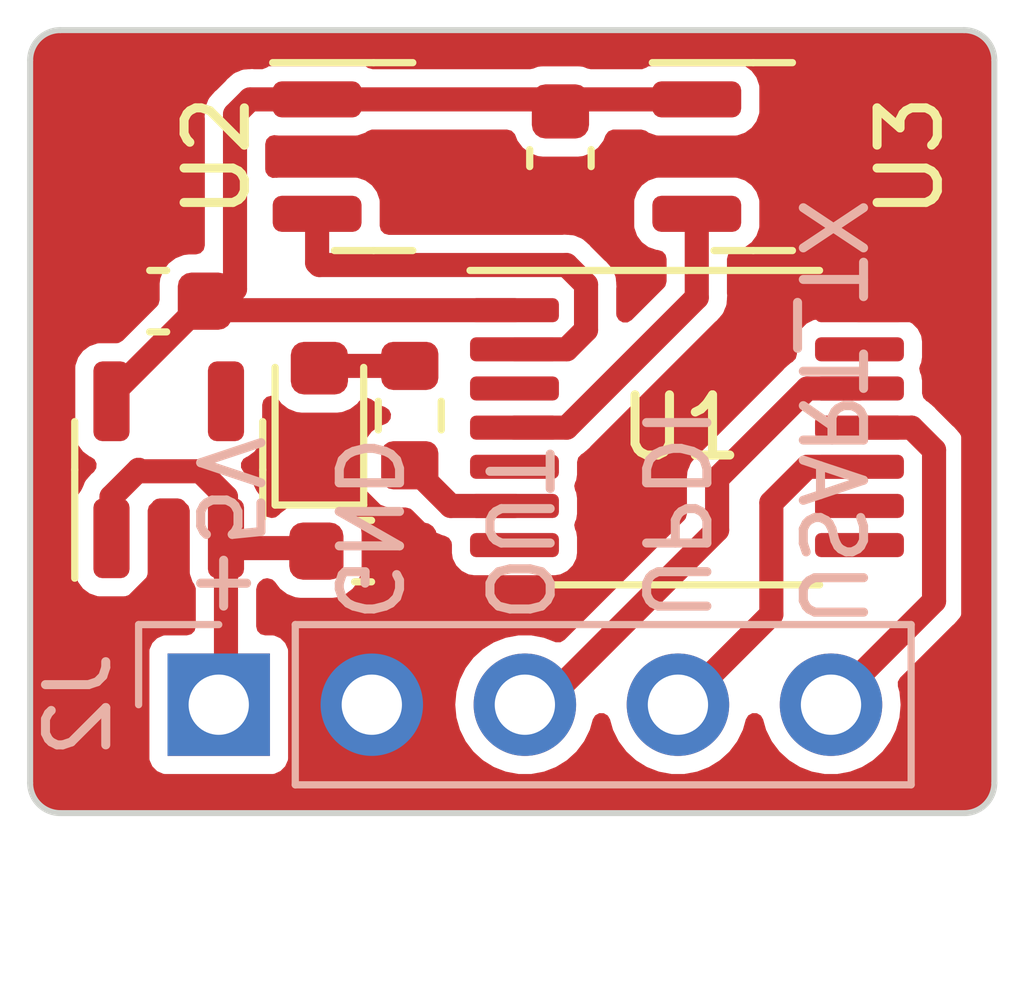
<source format=kicad_pcb>
(kicad_pcb (version 20221018) (generator pcbnew)
  (layers (0 "F.Cu" signal) (31 "B.Cu" signal) (34 "B.Paste" user) (35 "F.Paste" user) (36 "B.SilkS" user "B.Silkscreen") (37 "F.SilkS" user "F.Silkscreen") (38 "B.Mask" user) (39 "F.Mask" user) (44 "Edge.Cuts" user))
  (net 0 "")
  (net 1 "/5V")
  (net 2 "GND")
  (net 3 "VCC")
  (net 4 "Net-(D1-A)")
  (net 5 "/USART_TX")
  (net 6 "/UPDI")
  (net 7 "/OUT")
  (net 8 "Net-(U1-PA4)")
  (net 10 "Net-(U1-PA6)")
  (net 16 "Net-(U1-PB3)")
  (footprint "Package_TO_SOT_SMD:SOT-23-5" (layer "F.Cu") (at 66.3 108.3 90)
    (fp_text reference "U4" hide)
    (fp_text value "TLV70033_SOT23-5")
    (fp_line (start 0 -1.56) (end -1.8 -1.56) (stroke (width 0.12)) (layer "F.SilkS"))
    (fp_line (start 0 -1.56) (end 0.8 -1.56) (stroke (width 0.12)) (layer "F.SilkS"))
    (fp_line (start 0 1.56) (end -0.8 1.56) (stroke (width 0.12)) (layer "F.SilkS"))
    (fp_line (start 0 1.56) (end 0.8 1.56) (stroke (width 0.12)) (layer "F.SilkS"))
    (pad "1" smd roundrect (at -1.1375 -0.95 90) (size 1.325 0.6) (layers "F.Cu" "F.Paste" "F.Mask") (net 1 "/5V"))
    (pad "2" smd roundrect (at -1.1375 0 90) (size 1.325 0.6) (layers "F.Cu" "F.Paste" "F.Mask") (net 2 "GND"))
    (pad "3" smd roundrect (at -1.1375 0.95 90) (size 1.325 0.6) (layers "F.Cu" "F.Paste" "F.Mask") (net 1 "/5V"))
    (pad "4" smd roundrect (at 1.1375 0.95 90) (size 1.325 0.6) (layers "F.Cu" "F.Paste" "F.Mask"))
    (pad "5" smd roundrect (at 1.1375 -0.95 90) (size 1.325 0.6) (layers "F.Cu" "F.Paste" "F.Mask") (net 3 "VCC"))
  )
  (footprint "Package_SO:TSSOP-14_4.4x5mm_P0.65mm" (layer "F.Cu") (at 74.9 107.6)
    (fp_text reference "U1" (at -0.1 0) (layer "F.SilkS"))
    (fp_text value "ATtiny824-X")
    (fp_line (start 0 -2.61) (end -3.6 -2.61) (stroke (width 0.12)) (layer "F.SilkS"))
    (fp_line (start 0 -2.61) (end 2.2 -2.61) (stroke (width 0.12)) (layer "F.SilkS"))
    (fp_line (start 0 2.61) (end -2.2 2.61) (stroke (width 0.12)) (layer "F.SilkS"))
    (fp_line (start 0 2.61) (end 2.2 2.61) (stroke (width 0.12)) (layer "F.SilkS"))
    (pad "1" smd roundrect (at -2.8625 -1.95) (size 1.475 0.4) (layers "F.Cu" "F.Paste" "F.Mask") (net 3 "VCC"))
    (pad "2" smd roundrect (at -2.8625 -1.3) (size 1.475 0.4) (layers "F.Cu" "F.Paste" "F.Mask") (net 8 "Net-(U1-PA4)"))
    (pad "3" smd roundrect (at -2.8625 -0.65) (size 1.475 0.4) (layers "F.Cu" "F.Paste" "F.Mask"))
    (pad "4" smd roundrect (at -2.8625 0) (size 1.475 0.4) (layers "F.Cu" "F.Paste" "F.Mask") (net 10 "Net-(U1-PA6)"))
    (pad "5" smd roundrect (at -2.8625 0.65) (size 1.475 0.4) (layers "F.Cu" "F.Paste" "F.Mask"))
    (pad "6" smd roundrect (at -2.8625 1.3) (size 1.475 0.4) (layers "F.Cu" "F.Paste" "F.Mask") (net 16 "Net-(U1-PB3)"))
    (pad "7" smd roundrect (at -2.8625 1.95) (size 1.475 0.4) (layers "F.Cu" "F.Paste" "F.Mask"))
    (pad "8" smd roundrect (at 2.8625 1.95) (size 1.475 0.4) (layers "F.Cu" "F.Paste" "F.Mask"))
    (pad "9" smd roundrect (at 2.8625 1.3) (size 1.475 0.4) (layers "F.Cu" "F.Paste" "F.Mask"))
    (pad "10" smd roundrect (at 2.8625 0.65) (size 1.475 0.4) (layers "F.Cu" "F.Paste" "F.Mask") (net 6 "/UPDI"))
    (pad "11" smd roundrect (at 2.8625 0) (size 1.475 0.4) (layers "F.Cu" "F.Paste" "F.Mask") (net 5 "/USART_TX"))
    (pad "12" smd roundrect (at 2.8625 -0.65) (size 1.475 0.4) (layers "F.Cu" "F.Paste" "F.Mask") (net 7 "/OUT"))
    (pad "13" smd roundrect (at 2.8625 -1.3) (size 1.475 0.4) (layers "F.Cu" "F.Paste" "F.Mask"))
    (pad "14" smd roundrect (at 2.8625 -1.95) (size 1.475 0.4) (layers "F.Cu" "F.Paste" "F.Mask") (net 2 "GND"))
  )
  (footprint "Capacitor_SMD:C_0603_1608Metric" (layer "F.Cu") (at 72.8 103.125 -90)
    (fp_text reference "C3" hide)
    (fp_text value "100nF")
    (fp_line (start -0.14058 -0.51) (end 0.14058 -0.51) (stroke (width 0.12)) (layer "F.SilkS"))
    (fp_line (start -0.14058 0.51) (end 0.14058 0.51) (stroke (width 0.12)) (layer "F.SilkS"))
    (pad "1" smd roundrect (at -0.775 0 270) (size 0.9 0.95) (layers "F.Cu" "F.Paste" "F.Mask") (net 3 "VCC"))
    (pad "2" smd roundrect (at 0.775 0 270) (size 0.9 0.95) (layers "F.Cu" "F.Paste" "F.Mask") (net 2 "GND"))
  )
  (footprint "Capacitor_SMD:C_0603_1608Metric" (layer "F.Cu") (at 69.525 109.65)
    (fp_text reference "C1" hide)
    (fp_text value "4.7µF")
    (fp_line (start -0.14058 -0.51) (end 0.14058 -0.51) (stroke (width 0.12)) (layer "F.SilkS"))
    (fp_line (start -0.14058 0.51) (end 0.14058 0.51) (stroke (width 0.12)) (layer "F.SilkS"))
    (pad "1" smd roundrect (at -0.775 0) (size 0.9 0.95) (layers "F.Cu" "F.Paste" "F.Mask") (net 1 "/5V"))
    (pad "2" smd roundrect (at 0.775 0) (size 0.9 0.95) (layers "F.Cu" "F.Paste" "F.Mask") (net 2 "GND"))
  )
  (footprint "Diode_SMD:D_0603_1608Metric" (layer "F.Cu") (at 68.8 107.4 90)
    (fp_text reference "D1" hide)
    (fp_text value "LED")
    (fp_line (start -1.485 -0.735) (end -1.485 0.735) (stroke (width 0.12)) (layer "F.SilkS"))
    (fp_line (start -1.485 0.735) (end 0.8 0.735) (stroke (width 0.12)) (layer "F.SilkS"))
    (fp_line (start 0.8 -0.735) (end -1.485 -0.735) (stroke (width 0.12)) (layer "F.SilkS"))
    (pad "1" smd roundrect (at -0.7875 0 90) (size 0.875 0.95) (layers "F.Cu" "F.Paste" "F.Mask") (net 2 "GND"))
    (pad "2" smd roundrect (at 0.7875 0 90) (size 0.875 0.95) (layers "F.Cu" "F.Paste" "F.Mask") (net 4 "Net-(D1-A)"))
  )
  (footprint "Package_TO_SOT_SMD:SOT-23" (layer "F.Cu") (at 69.7 103.1)
    (fp_text reference "U2" (at -2.6 0 90) (layer "F.SilkS"))
    (fp_text value "DRV505x")
    (fp_line (start 0 -1.56) (end -1.675 -1.56) (stroke (width 0.12)) (layer "F.SilkS"))
    (fp_line (start 0 -1.56) (end 0.65 -1.56) (stroke (width 0.12)) (layer "F.SilkS"))
    (fp_line (start 0 1.56) (end -0.65 1.56) (stroke (width 0.12)) (layer "F.SilkS"))
    (fp_line (start 0 1.56) (end 0.65 1.56) (stroke (width 0.12)) (layer "F.SilkS"))
    (pad "1" smd roundrect (at -0.9375 -0.95) (size 1.475 0.6) (layers "F.Cu" "F.Paste" "F.Mask") (net 3 "VCC"))
    (pad "2" smd roundrect (at -0.9375 0.95) (size 1.475 0.6) (layers "F.Cu" "F.Paste" "F.Mask") (net 8 "Net-(U1-PA4)"))
    (pad "3" smd roundrect (at 0.9375 0) (size 1.475 0.6) (layers "F.Cu" "F.Paste" "F.Mask") (net 2 "GND"))
  )
  (footprint "Resistor_SMD:R_0603_1608Metric" (layer "F.Cu") (at 70.3 107.4 90)
    (fp_text reference "R1" hide)
    (fp_text value "10k")
    (fp_line (start -0.237258 -0.5225) (end 0.237258 -0.5225) (stroke (width 0.12)) (layer "F.SilkS"))
    (fp_line (start -0.237258 0.5225) (end 0.237258 0.5225) (stroke (width 0.12)) (layer "F.SilkS"))
    (pad "1" smd roundrect (at -0.825 0 90) (size 0.8 0.95) (layers "F.Cu" "F.Paste" "F.Mask") (net 16 "Net-(U1-PB3)"))
    (pad "2" smd roundrect (at 0.825 0 90) (size 0.8 0.95) (layers "F.Cu" "F.Paste" "F.Mask") (net 4 "Net-(D1-A)"))
  )
  (footprint "Capacitor_SMD:C_0603_1608Metric" (layer "F.Cu") (at 66.125 105.5 180)
    (fp_text reference "C2" hide)
    (fp_text value "4.7µF")
    (fp_line (start -0.14058 -0.51) (end 0.14058 -0.51) (stroke (width 0.12)) (layer "F.SilkS"))
    (fp_line (start -0.14058 0.51) (end 0.14058 0.51) (stroke (width 0.12)) (layer "F.SilkS"))
    (pad "1" smd roundrect (at -0.775 0 180) (size 0.9 0.95) (layers "F.Cu" "F.Paste" "F.Mask") (net 3 "VCC"))
    (pad "2" smd roundrect (at 0.775 0 180) (size 0.9 0.95) (layers "F.Cu" "F.Paste" "F.Mask") (net 2 "GND"))
  )
  (footprint "Package_TO_SOT_SMD:SOT-23" (layer "F.Cu") (at 76 103.1)
    (fp_text reference "U3" (at 2.6 0 90) (layer "F.SilkS"))
    (fp_text value "DRV505x")
    (fp_line (start 0 -1.56) (end -1.675 -1.56) (stroke (width 0.12)) (layer "F.SilkS"))
    (fp_line (start 0 -1.56) (end 0.65 -1.56) (stroke (width 0.12)) (layer "F.SilkS"))
    (fp_line (start 0 1.56) (end -0.65 1.56) (stroke (width 0.12)) (layer "F.SilkS"))
    (fp_line (start 0 1.56) (end 0.65 1.56) (stroke (width 0.12)) (layer "F.SilkS"))
    (pad "1" smd roundrect (at -0.9375 -0.95) (size 1.475 0.6) (layers "F.Cu" "F.Paste" "F.Mask") (net 3 "VCC"))
    (pad "2" smd roundrect (at -0.9375 0.95) (size 1.475 0.6) (layers "F.Cu" "F.Paste" "F.Mask") (net 10 "Net-(U1-PA6)"))
    (pad "3" smd roundrect (at 0.9375 0) (size 1.475 0.6) (layers "F.Cu" "F.Paste" "F.Mask") (net 2 "GND"))
  )
  (footprint "Connector_PinHeader_2.54mm:PinHeader_1x05_P2.54mm_Vertical" (layer "B.Cu") (at 67.13 112.2 -90)
    (fp_text reference "J2" (at 0 2.33 90) (layer "B.SilkS") (effects (justify mirror)))
    (fp_text value "Conn_01x05")
    (fp_line (start -1.33 -11.49) (end 1.33 -11.49) (stroke (width 0.12)) (layer "B.SilkS"))
    (fp_line (start -1.33 -1.27) (end -1.33 -11.49) (stroke (width 0.12)) (layer "B.SilkS"))
    (fp_line (start -1.33 -1.27) (end 1.33 -1.27) (stroke (width 0.12)) (layer "B.SilkS"))
    (fp_line (start -1.33 0) (end -1.33 1.33) (stroke (width 0.12)) (layer "B.SilkS"))
    (fp_line (start -1.33 1.33) (end 0 1.33) (stroke (width 0.12)) (layer "B.SilkS"))
    (fp_line (start 1.33 -1.27) (end 1.33 -11.49) (stroke (width 0.12)) (layer "B.SilkS"))
    (pad "1" thru_hole rect (at 0 0 270) (size 1.7 1.7) (drill 1) (layers "*.Cu" "*.Mask") (net 1 "/5V"))
    (pad "2" thru_hole oval (at 0 -2.54 270) (size 1.7 1.7) (drill 1) (layers "*.Cu" "*.Mask") (net 2 "GND"))
    (pad "3" thru_hole oval (at 0 -5.08 270) (size 1.7 1.7) (drill 1) (layers "*.Cu" "*.Mask") (net 7 "/OUT"))
    (pad "4" thru_hole oval (at 0 -7.62 270) (size 1.7 1.7) (drill 1) (layers "*.Cu" "*.Mask") (net 6 "/UPDI"))
    (pad "5" thru_hole oval (at 0 -10.16 270) (size 1.7 1.7) (drill 1) (layers "*.Cu" "*.Mask") (net 5 "/USART_TX"))
  )
  (gr_line (start 64.5 101) (end 79.5 101) (stroke (width 0.1)) (layer "Edge.Cuts"))
  (gr_arc (start 64.5 114) (mid 64.146447 113.853553) (end 64 113.5) (stroke (width 0.1)) (layer "Edge.Cuts"))
  (gr_line (start 79.5 114) (end 64.5 114) (stroke (width 0.1)) (layer "Edge.Cuts"))
  (gr_line (start 64 113.5) (end 64 101.5) (stroke (width 0.1)) (layer "Edge.Cuts"))
  (gr_arc (start 64 101.5) (mid 64.146447 101.146447) (end 64.5 101) (stroke (width 0.1)) (layer "Edge.Cuts"))
  (gr_arc (start 80 113.5) (mid 79.853553 113.853553) (end 79.5 114) (stroke (width 0.1)) (layer "Edge.Cuts"))
  (gr_arc (start 79.5 101) (mid 79.853553 101.146447) (end 80 101.5) (stroke (width 0.1)) (layer "Edge.Cuts"))
  (gr_line (start 80 101.5) (end 80 113.5) (stroke (width 0.1)) (layer "Edge.Cuts"))
  (gr_text "+5V" (at 66.7 110.9 -90) (layer "B.SilkS") (effects (font (size 1 1)) (justify left bottom mirror)))
  (gr_text "OUT" (at 71.5 110.9 -90) (layer "B.SilkS") (effects (font (size 1 1)) (justify left bottom mirror)))
  (gr_text "USART_TX" (at 76.7 111 -90) (layer "B.SilkS") (effects (font (size 1 1)) (justify left bottom mirror)))
  (gr_text "GND" (at 69 110.9 -90) (layer "B.SilkS") (effects (font (size 1 1)) (justify left bottom mirror)))
  (gr_text "UPDI" (at 74.1 110.9 -90) (layer "B.SilkS") (effects (font (size 1 1)) (justify left bottom mirror)))
  (segment (start 67.25 109.4375) (end 67.25 108.75) (width 0.4) (layer "F.Cu") (net 1))
  (segment (start 65.825 108.325) (end 65.8 108.3) (width 0.4) (layer "F.Cu") (net 1))
  (segment (start 67.25 112.08) (end 67.13 112.2) (width 0.4) (layer "F.Cu") (net 1))
  (segment (start 66.825 108.325) (end 65.825 108.325) (width 0.4) (layer "F.Cu") (net 1))
  (segment (start 68.75 109.6) (end 67.4125 109.6) (width 0.4) (layer "F.Cu") (net 1))
  (segment (start 67.4125 109.6) (end 67.25 109.4375) (width 0.4) (layer "F.Cu") (net 1))
  (segment (start 65.35 108.75) (end 65.35 109.4375) (width 0.4) (layer "F.Cu") (net 1))
  (segment (start 65.8 108.3) (end 65.35 108.75) (width 0.4) (layer "F.Cu") (net 1))
  (segment (start 67.25 109.4375) (end 67.25 112.08) (width 0.4) (layer "F.Cu") (net 1))
  (segment (start 67.25 108.75) (end 66.825 108.325) (width 0.4) (layer "F.Cu") (net 1))
  (segment (start 66.6 101.4) (end 78.5 101.4) (width 0.4) (layer "F.Cu") (net 2))
  (segment (start 70.5375 103.1) (end 71.3 103.1) (width 0.4) (layer "F.Cu") (net 2))
  (segment (start 77.7625 105.65) (end 79.6 105.65) (width 0.4) (layer "F.Cu") (net 2))
  (segment (start 72.1 103.9) (end 72.8 103.9) (width 0.4) (layer "F.Cu") (net 2))
  (segment (start 79.65 113.25) (end 79.3 113.6) (width 0.4) (layer "F.Cu") (net 2))
  (segment (start 69.6 113.6) (end 65 113.6) (width 0.4) (layer "F.Cu") (net 2))
  (segment (start 68.8 108.1875) (end 68.8375 108.1875) (width 0.4) (layer "F.Cu") (net 2))
  (segment (start 73.4 103.9) (end 72.8 103.9) (width 0.4) (layer "F.Cu") (net 2))
  (segment (start 79.6 105.65) (end 79.65 105.6) (width 0.4) (layer "F.Cu") (net 2))
  (segment (start 64.4 105.6) (end 64.4 103.6) (width 0.4) (layer "F.Cu") (net 2))
  (segment (start 64.4 113) (end 64.4 112.3) (width 0.4) (layer "F.Cu") (net 2))
  (segment (start 79.1 102) (end 79.65 102.55) (width 0.4) (layer "F.Cu") (net 2))
  (segment (start 68.8375 108.1875) (end 70.3 109.65) (width 0.4) (layer "F.Cu") (net 2))
  (segment (start 79.3 113.6) (end 69.6 113.6) (width 0.4) (layer "F.Cu") (net 2))
  (segment (start 76.8375 103.1) (end 79.55 103.1) (width 0.4) (layer "F.Cu") (net 2))
  (segment (start 79.65 102.55) (end 79.65 103) (width 0.4) (layer "F.Cu") (net 2))
  (segment (start 69.6 113.6) (end 69.67 113.53) (width 0.4) (layer "F.Cu") (net 2))
  (segment (start 64.4 111.1) (end 64.4 112.2) (width 0.4) (layer "F.Cu") (net 2))
  (segment (start 64.5 105.5) (end 64.4 105.6) (width 0.4) (layer "F.Cu") (net 2))
  (segment (start 71.3 103.1) (end 72.1 103.9) (width 0.4) (layer "F.Cu") (net 2))
  (segment (start 70.3 109.65) (end 70.3 111.57) (width 0.4) (layer "F.Cu") (net 2))
  (segment (start 79.55 103.1) (end 79.65 103) (width 0.4) (layer "F.Cu") (net 2))
  (segment (start 69.67 113.53) (end 69.67 112.2) (width 0.4) (layer "F.Cu") (net 2))
  (segment (start 64.4 103.6) (end 66.6 101.4) (width 0.4) (layer "F.Cu") (net 2))
  (segment (start 64.4 105.6) (end 64.4 111.1) (width 0.4) (layer "F.Cu") (net 2))
  (segment (start 65.35 105.5) (end 64.5 105.5) (width 0.4) (layer "F.Cu") (net 2))
  (segment (start 65 113.6) (end 64.4 113) (width 0.4) (layer "F.Cu") (net 2))
  (segment (start 65.198528 111.1) (end 64.4 111.1) (width 0.4) (layer "F.Cu") (net 2))
  (segment (start 78.5 101.4) (end 79.1 102) (width 0.4) (layer "F.Cu") (net 2))
  (segment (start 76.8375 103.1) (end 74.2 103.1) (width 0.4) (layer "F.Cu") (net 2))
  (segment (start 66.3 109.998528) (end 65.198528 111.1) (width 0.4) (layer "F.Cu") (net 2))
  (segment (start 79.65 103) (end 79.65 105.6) (width 0.4) (layer "F.Cu") (net 2))
  (segment (start 66.3 109.4375) (end 66.3 109.998528) (width 0.4) (layer "F.Cu") (net 2))
  (segment (start 79.65 105.6) (end 79.65 113.25) (width 0.4) (layer "F.Cu") (net 2))
  (segment (start 70.3 111.57) (end 69.67 112.2) (width 0.4) (layer "F.Cu") (net 2))
  (segment (start 74.2 103.1) (end 73.4 103.9) (width 0.4) (layer "F.Cu") (net 2))
  (segment (start 67.4 102.4) (end 67.4 105.3) (width 0.4) (layer "F.Cu") (net 3))
  (segment (start 65.35 107.05) (end 66.9 105.5) (width 0.4) (layer "F.Cu") (net 3))
  (segment (start 72.0375 105.65) (end 67.05 105.65) (width 0.4) (layer "F.Cu") (net 3))
  (segment (start 74.9625 102.15) (end 67.65 102.15) (width 0.4) (layer "F.Cu") (net 3))
  (segment (start 67.05 105.65) (end 66.9 105.5) (width 0.4) (layer "F.Cu") (net 3))
  (segment (start 67.4 105.3) (end 67.05 105.65) (width 0.4) (layer "F.Cu") (net 3))
  (segment (start 65.35 107.1625) (end 65.35 107.05) (width 0.4) (layer "F.Cu") (net 3))
  (segment (start 67.65 102.15) (end 67.4 102.4) (width 0.4) (layer "F.Cu") (net 3))
  (segment (start 68.8375 106.575) (end 68.8 106.6125) (width 0.4) (layer "F.Cu") (net 4))
  (segment (start 70.3 106.575) (end 68.8375 106.575) (width 0.4) (layer "F.Cu") (net 4))
  (segment (start 77.7625 107.6) (end 78.627817 107.6) (width 0.4) (layer "F.Cu") (net 5))
  (segment (start 79 110.48) (end 77.28 112.2) (width 0.4) (layer "F.Cu") (net 5))
  (segment (start 78.627817 107.6) (end 79 107.972183) (width 0.4) (layer "F.Cu") (net 5))
  (segment (start 79 107.972183) (end 79 110.48) (width 0.4) (layer "F.Cu") (net 5))
  (segment (start 76.897183 108.25) (end 76.3 108.847183) (width 0.4) (layer "F.Cu") (net 6))
  (segment (start 76.3 110.7) (end 74.8 112.2) (width 0.4) (layer "F.Cu") (net 6))
  (segment (start 76.3 108.847183) (end 76.3 110.7) (width 0.4) (layer "F.Cu") (net 6))
  (segment (start 77.7625 108.25) (end 76.897183 108.25) (width 0.4) (layer "F.Cu") (net 6))
  (segment (start 74.8 112.2) (end 74.74 112.2) (width 0.4) (layer "F.Cu") (net 6))
  (segment (start 75.4 108.447183) (end 75.4 109.3) (width 0.4) (layer "F.Cu") (net 7))
  (segment (start 72.5 112.2) (end 72.2 112.2) (width 0.4) (layer "F.Cu") (net 7))
  (segment (start 75.4 109.3) (end 72.5 112.2) (width 0.4) (layer "F.Cu") (net 7))
  (segment (start 77.7625 106.95) (end 76.897183 106.95) (width 0.4) (layer "F.Cu") (net 7))
  (segment (start 76.897183 106.95) (end 75.4 108.447183) (width 0.4) (layer "F.Cu") (net 7))
  (segment (start 72.9 104.9) (end 68.8 104.9) (width 0.4) (layer "F.Cu") (net 8))
  (segment (start 72.902817 106.3) (end 73.225 105.977817) (width 0.4) (layer "F.Cu") (net 8))
  (segment (start 68.8 104.9) (end 68.7625 104.8625) (width 0.4) (layer "F.Cu") (net 8))
  (segment (start 72.0375 106.3) (end 72.902817 106.3) (width 0.4) (layer "F.Cu") (net 8))
  (segment (start 73.225 105.977817) (end 73.225 105.225) (width 0.4) (layer "F.Cu") (net 8))
  (segment (start 73.225 105.225) (end 72.9 104.9) (width 0.4) (layer "F.Cu") (net 8))
  (segment (start 68.7625 104.8625) (end 68.7625 104.05) (width 0.4) (layer "F.Cu") (net 8))
  (segment (start 75.0625 104.05) (end 75.0625 105.440317) (width 0.4) (layer "F.Cu") (net 10))
  (segment (start 72.902817 107.6) (end 72.0375 107.6) (width 0.4) (layer "F.Cu") (net 10))
  (segment (start 75.0625 105.440317) (end 72.902817 107.6) (width 0.4) (layer "F.Cu") (net 10))
  (segment (start 72.0375 108.9) (end 70.979594 108.9) (width 0.4) (layer "F.Cu") (net 16))
  (segment (start 70.304594 108.225) (end 70.3 108.225) (width 0.4) (layer "F.Cu") (net 16))
  (segment (start 70.979594 108.9) (end 70.304594 108.225) (width 0.4) (layer "F.Cu") (net 16))
  (zone (net 2) (net_name "GND") (layer "F.Cu") (connect_pads yes (clearance 0.3)) (min_thickness 0.3) (fill yes (thermal_gap 0.5) (thermal_bridge_width 0.5))
    (polygon (pts (xy 63.5 114.5) (xy 63.5 100.5) (xy 80.5 100.5) (xy 80.5 114.5)))
  )
)
</source>
